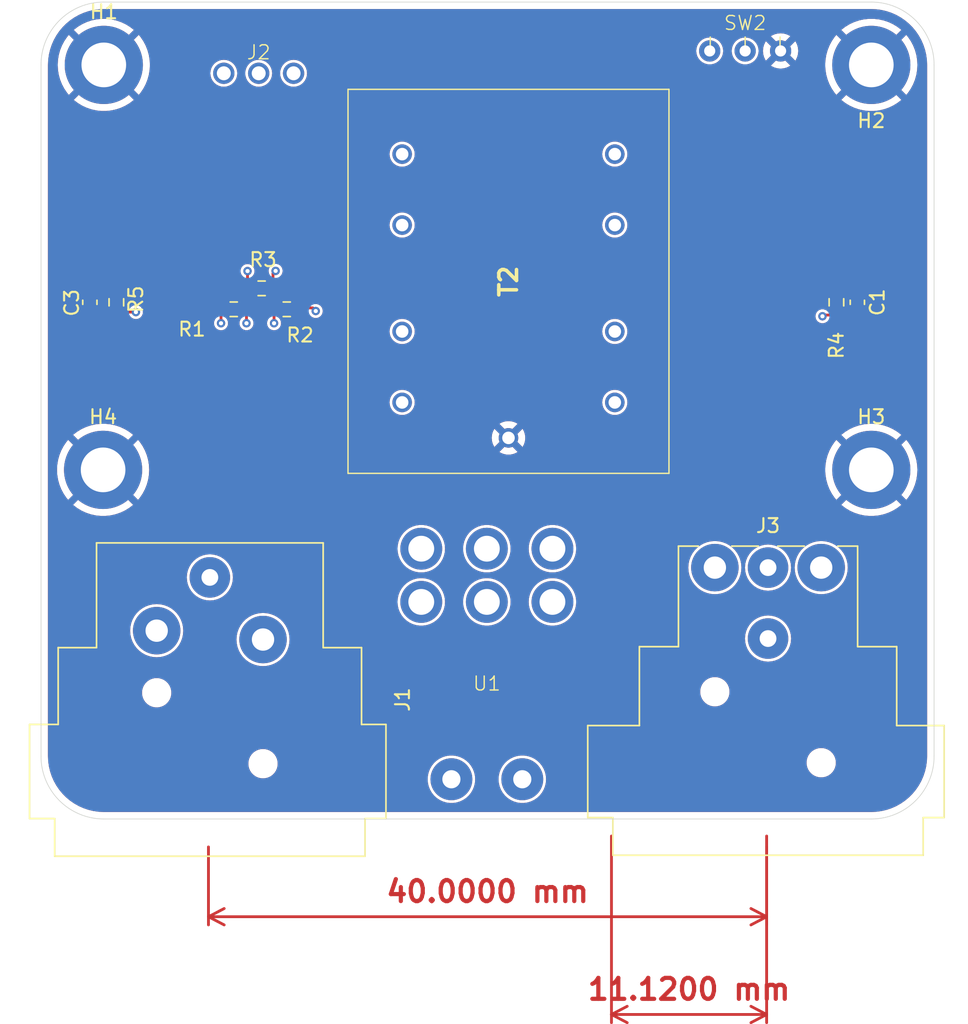
<source format=kicad_pcb>
(kicad_pcb (version 20240108) (generator "pcbnew") (generator_version "8.0")
  (layers (0 "F.Cu" signal) (1 "In1.Cu" signal) (2 "In2.Cu" signal) (31 "B.Cu" signal) (34 "B.Paste" user) (35 "F.Paste" user) (36 "B.SilkS" user "B.Silkscreen") (37 "F.SilkS" user "F.Silkscreen") (38 "B.Mask" user) (39 "F.Mask" user) (44 "Edge.Cuts" user))
  (net 0 "")
  (net 1 "Net-(C1-Pad1)")
  (net 2 "Net-(C3-Pad1)")
  (net 3 "Net-(T2-PRIMARY_1_1)")
  (net 4 "Net-(T2-SECONDARY_1_2)")
  (net 5 "GND")
  (net 6 "Net-(R1-Pad1)")
  (net 7 "Net-(R2-Pad1)")
  (net 8 "Input3")
  (net 9 "Input1")
  (net 10 "Input2")
  (net 11 "S3")
  (net 12 "S2")
  (net 13 "S1")
  (net 15 "3")
  (net 16 "2")
  (footprint "MountingHole:MountingHole_3.2mm_M3_DIN965_Pad" (layer "F.Cu") (at 175 119)
    (property "Reference" "H3" (at 0 -3.8 0) (layer "F.SilkS"))
    (property "Value" "MountingHole_Pad")
    (pad "1" thru_hole circle (at 0 0) (size 5.6 5.6) (drill 3.2) (layers "*.Cu" "*.Mask") (net 5 "GND"))
  )
  (footprint "Transformateurs:VTX101006" (layer "F.Cu") (at 141.38 96.39 90)
    (property "Reference" "T2" (at -9.11 7.62 90) (layer "F.SilkS") (effects (font (size 1.27 1.27) (thickness 0.254))))
    (property "Value" "VTX-101-006" (hide yes))
    (fp_line (start 4.64 -3.88) (end -22.86 -3.88) (stroke (width 0.1)) (layer "F.SilkS"))
    (fp_line (start -22.86 -3.88) (end -22.86 19.12) (stroke (width 0.1)) (layer "F.SilkS"))
    (fp_line (start 4.64 19.12) (end 4.64 -3.88) (stroke (width 0.1)) (layer "F.SilkS"))
    (fp_line (start -22.86 19.12) (end 4.64 19.12) (stroke (width 0.1)) (layer "F.SilkS"))
    (pad "A1" thru_hole circle (at 0 0 90) (size 1.4 1.4) (drill 0.9) (layers "*.Cu" "*.Mask") (net 16 "2"))
    (pad "A2" thru_hole circle (at -5.08 0 90) (size 1.4 1.4) (drill 0.9) (layers "*.Cu" "*.Mask") (net 3 "Net-(T2-PRIMARY_1_1)"))
    (pad "A3" thru_hole circle (at -12.7 0 90) (size 1.4 1.4) (drill 0.9) (layers "*.Cu" "*.Mask") (net 3 "Net-(T2-PRIMARY_1_1)"))
    (pad "A4" thru_hole circle (at -17.78 0 90) (size 1.4 1.4) (drill 0.9) (layers "*.Cu" "*.Mask") (net 15 "3"))
    (pad "B1" thru_hole circle (at -17.78 15.24 90) (size 1.4 1.4) (drill 0.9) (layers "*.Cu" "*.Mask") (net 12 "S2"))
    (pad "B2" thru_hole circle (at -12.7 15.24 90) (size 1.4 1.4) (drill 0.9) (layers "*.Cu" "*.Mask") (net 4 "Net-(T2-SECONDARY_1_2)"))
    (pad "B3" thru_hole circle (at -5.08 15.24 90) (size 1.4 1.4) (drill 0.9) (layers "*.Cu" "*.Mask") (net 4 "Net-(T2-SECONDARY_1_2)"))
    (pad "B4" thru_hole circle (at 0 15.24 90) (size 1.4 1.4) (drill 0.9) (layers "*.Cu" "*.Mask") (net 11 "S3"))
    (pad "SP1" thru_hole circle (at -20.32 7.62 90) (size 1.4 1.4) (drill 0.9) (layers "*.Cu" "*.Mask") (net 5 "GND"))
  )
  (footprint "MountingHole:MountingHole_3.2mm_M3_DIN965_Pad" (layer "F.Cu") (at 175 90)
    (property "Reference" "H2" (at 0 4 0) (layer "F.SilkS"))
    (property "Value" "MountingHole_Pad")
    (pad "1" thru_hole circle (at 0 0) (size 5.6 5.6) (drill 3.2) (layers "*.Cu" "*.Mask") (net 5 "GND"))
  )
  (footprint "Capacitor_SMD:C_0603_1608Metric_Pad1.08x0.95mm_HandSolder" (layer "F.Cu") (at 174 107 -90)
    (property "Reference" "C1" (at 0 -1.43 90) (layer "F.SilkS"))
    (property "Value" "10u")
    (fp_line (start -0.146267 0.51) (end 0.146267 0.51) (stroke (width 0.12)) (layer "F.SilkS"))
    (fp_line (start -0.146267 -0.51) (end 0.146267 -0.51) (stroke (width 0.12)) (layer "F.SilkS"))
    (pad "1" smd roundrect (at -0.8625 0 270) (size 1.075 0.95) (layers "F.Cu" "F.Paste" "F.Mask") (net 1 "Net-(C1-Pad1)"))
    (pad "2" smd roundrect (at 0.8625 0 270) (size 1.075 0.95) (layers "F.Cu" "F.Paste" "F.Mask") (net 5 "GND"))
  )
  (footprint "Transformateurs:WS-TOTV THT" (layer "F.Cu") (at 147.45 134.805)
    (property "Reference" "U1" (at 0 -0.5 0) (layer "F.SilkS") (effects (font (thickness 0.1))))
    (property "Value" "~")
    (pad "1" thru_hole circle (at 4.7 -6.35) (size 3 3) (drill 1.85) (layers "*.Cu" "*.Mask") (net 6 "Net-(R1-Pad1)"))
    (pad "2" thru_hole circle (at 0 -6.35) (size 3 3) (drill 1.85) (layers "*.Cu" "*.Mask") (net 10 "Input2"))
    (pad "3" thru_hole circle (at -4.7 -6.35) (size 3 3) (drill 1.85) (layers "*.Cu" "*.Mask") (net 16 "2"))
    (pad "4" thru_hole circle (at 4.7 -10.16) (size 3 3) (drill 1.85) (layers "*.Cu" "*.Mask") (net 7 "Net-(R2-Pad1)"))
    (pad "5" thru_hole circle (at 0 -10.16) (size 3 3) (drill 1.85) (layers "*.Cu" "*.Mask") (net 8 "Input3"))
    (pad "6" thru_hole circle (at -4.7 -10.16) (size 3 3) (drill 1.85) (layers "*.Cu" "*.Mask") (net 15 "3"))
    (pad "7" thru_hole circle (at 2.54 6.35) (size 3 3) (drill 1.3) (layers "*.Cu" "*.Mask"))
    (pad "8" thru_hole circle (at -2.54 6.35) (size 3 3) (drill 1.3) (layers "*.Cu" "*.Mask"))
  )
  (footprint "Connector_Audio:Jack_XLR_Neutrik_NC3FAH1-0_Horizontal" (layer "F.Cu") (at 131.41 131.15 -90)
    (property "Reference" "J1" (at 4.3 -10 -90) (layer "F.SilkS"))
    (property "Value" "XLR3")
    (fp_line (start 6.08 16.73) (end 6.08 14.68) (stroke (width 0.12)) (layer "F.SilkS"))
    (fp_line (start 12.82 16.73) (end 6.08 16.73) (stroke (width 0.12)) (layer "F.SilkS"))
    (fp_line (start 12.82 14.93) (end 12.82 16.73) (stroke (width 0.12)) (layer "F.SilkS"))
    (fp_line (start 12.82 14.93) (end 15.52 14.93) (stroke (width 0.12)) (layer "F.SilkS"))
    (fp_line (start 6.08 14.68) (end 0.58 14.68) (stroke (width 0.12)) (layer "F.SilkS"))
    (fp_line (start 0.58 11.93) (end 0.58 14.68) (stroke (width 0.12)) (layer "F.SilkS"))
    (fp_line (start 0.58 11.93) (end -6.92 11.93) (stroke (width 0.12)) (layer "F.SilkS"))
    (fp_line (start -6.92 -4.31) (end -6.92 11.93) (stroke (width 0.12)) (layer "F.SilkS"))
    (fp_line (start 0.58 -4.31) (end -6.92 -4.31) (stroke (width 0.12)) (layer "F.SilkS"))
    (fp_line (start 0.58 -7.06) (end 0.58 -4.31) (stroke (width 0.12)) (layer "F.SilkS"))
    (fp_line (start 6.08 -7.06) (end 0.58 -7.06) (stroke (width 0.12)) (layer "F.SilkS"))
    (fp_line (start 6.08 -7.06) (end 6.08 -8.81) (stroke (width 0.12)) (layer "F.SilkS"))
    (fp_line (start 12.82 -7.31) (end 15.52 -7.31) (stroke (width 0.12)) (layer "F.SilkS"))
    (fp_line (start 15.52 -7.31) (end 15.52 14.93) (stroke (width 0.12)) (layer "F.SilkS"))
    (fp_line (start 12.82 -8.81) (end 12.82 -7.31) (stroke (width 0.12)) (layer "F.SilkS"))
    (fp_line (start 12.82 -8.81) (end 6.08 -8.81) (stroke (width 0.12)) (layer "F.SilkS"))
    (pad "" np_thru_hole circle (at 3.81 7.62 270) (size 1.6 1.6) (drill 1.6) (layers "*.Cu" "*.Mask"))
    (pad "" np_thru_hole circle (at 8.89 0 270) (size 1.6 1.6) (drill 1.6) (layers "*.Cu" "*.Mask"))
    (pad "1" thru_hole circle (at 0 0 270) (size 3.4 3.4) (drill 1.6) (layers "*.Cu" "*.Mask") (net 10 "Input2"))
    (pad "2" thru_hole circle (at -0.635 7.62 270) (size 3.4 3.4) (drill 1.6) (layers "*.Cu" "*.Mask") (net 9 "Input1"))
    (pad "3" thru_hole circle (at -4.45 3.81 270) (size 2.9 2.9) (drill 1.2) (layers "*.Cu" "*.Mask") (net 8 "Input3"))
  )
  (footprint "Resistor_SMD:R_0603_1608Metric_Pad0.98x0.95mm_HandSolder" (layer "F.Cu") (at 172.5 107 90)
    (property "Reference" "R4" (at -3.0875 0 270) (layer "F.SilkS"))
    (property "Value" "51")
    (fp_line (start -0.254724 -0.5225) (end 0.254724 -0.5225) (stroke (width 0.12)) (layer "F.SilkS"))
    (fp_line (start -0.254724 0.5225) (end 0.254724 0.5225) (stroke (width 0.12)) (layer "F.SilkS"))
    (pad "1" smd roundrect (at -0.9125 0 90) (size 0.975 0.95) (layers "F.Cu" "F.Paste" "F.Mask") (net 13 "S1"))
    (pad "2" smd roundrect (at 0.9125 0 90) (size 0.975 0.95) (layers "F.Cu" "F.Paste" "F.Mask") (net 1 "Net-(C1-Pad1)"))
  )
  (footprint "Capacitor_SMD:C_0603_1608Metric_Pad1.08x0.95mm_HandSolder" (layer "F.Cu") (at 119 107 -90)
    (property "Reference" "C3" (at 0.0375 1.3 90) (layer "F.SilkS"))
    (property "Value" "10u")
    (fp_line (start -0.146267 0.51) (end 0.146267 0.51) (stroke (width 0.12)) (layer "F.SilkS"))
    (fp_line (start -0.146267 -0.51) (end 0.146267 -0.51) (stroke (width 0.12)) (layer "F.SilkS"))
    (pad "1" smd roundrect (at -0.8625 0 270) (size 1.075 0.95) (layers "F.Cu" "F.Paste" "F.Mask") (net 2 "Net-(C3-Pad1)"))
    (pad "2" smd roundrect (at 0.8625 0 270) (size 1.075 0.95) (layers "F.Cu" "F.Paste" "F.Mask") (net 5 "GND"))
  )
  (footprint "Resistor_SMD:R_0603_1608Metric_Pad0.98x0.95mm_HandSolder" (layer "F.Cu") (at 129.3125 107.5 180)
    (property "Reference" "R1" (at 3 -1.43 180) (layer "F.SilkS"))
    (property "Value" "5400")
    (fp_line (start -0.254724 0.5225) (end 0.254724 0.5225) (stroke (width 0.12)) (layer "F.SilkS"))
    (fp_line (start -0.254724 -0.5225) (end 0.254724 -0.5225) (stroke (width 0.12)) (layer "F.SilkS"))
    (pad "1" smd roundrect (at -0.9125 0 180) (size 0.975 0.95) (layers "F.Cu" "F.Paste" "F.Mask") (net 6 "Net-(R1-Pad1)"))
    (pad "2" smd roundrect (at 0.9125 0 180) (size 0.975 0.95) (layers "F.Cu" "F.Paste" "F.Mask") (net 16 "2"))
  )
  (footprint "MountingHole:MountingHole_3.2mm_M3_DIN965_Pad" (layer "F.Cu") (at 119.95 119)
    (property "Reference" "H4" (at 0 -3.8 0) (layer "F.SilkS"))
    (property "Value" "MountingHole_Pad")
    (pad "1" thru_hole circle (at 0 0) (size 5.6 5.6) (drill 3.2) (layers "*.Cu" "*.Mask") (net 5 "GND"))
  )
  (footprint "Resistor_SMD:R_0603_1608Metric_Pad0.98x0.95mm_HandSolder" (layer "F.Cu") (at 133.1125 107.5 180)
    (property "Reference" "R2" (at -0.95 -1.85 180) (layer "F.SilkS"))
    (property "Value" "5400")
    (fp_line (start -0.254724 0.5225) (end 0.254724 0.5225) (stroke (width 0.12)) (layer "F.SilkS"))
    (fp_line (start -0.254724 -0.5225) (end 0.254724 -0.5225) (stroke (width 0.12)) (layer "F.SilkS"))
    (pad "1" smd roundrect (at -0.9125 0 180) (size 0.975 0.95) (layers "F.Cu" "F.Paste" "F.Mask") (net 7 "Net-(R2-Pad1)"))
    (pad "2" smd roundrect (at 0.9125 0 180) (size 0.975 0.95) (layers "F.Cu" "F.Paste" "F.Mask") (net 15 "3"))
  )
  (footprint "Transformateurs:switch wurth" (layer "F.Cu") (at 165.96 89)
    (property "Reference" "SW2" (at 0 -2 0) (layer "F.SilkS") (effects (font (thickness 0.1))))
    (property "Value" "SW_DPST_x2" (hide yes))
    (fp_line (start -2.5 -0.5) (end -2.5 -1) (stroke (width 0.1)) (layer "F.SilkS"))
    (fp_line (start -2.5 0) (end -2.5 -0.5) (stroke (width 0.1)) (layer "F.SilkS"))
    (fp_line (start 0 0) (end 0 -1) (stroke (width 0.1)) (layer "F.SilkS"))
    (fp_line (start 2.5 0) (end 2.5 -1) (stroke (width 0.1)) (layer "F.SilkS"))
    (pad "1" thru_hole circle (at 0 0) (size 1.524 1.524) (drill 0.8) (layers "*.Cu" "*.Mask") (net 13 "S1"))
    (pad "2" thru_hole circle (at -2.54 0) (size 1.524 1.524) (drill 0.8) (layers "*.Cu" "*.Mask"))
    (pad "3" thru_hole circle (at 2.54 0) (size 1.524 1.524) (drill 0.8) (layers "*.Cu" "*.Mask") (net 5 "GND"))
  )
  (footprint "Resistor_SMD:R_0603_1608Metric_Pad0.98x0.95mm_HandSolder" (layer "F.Cu") (at 120.9 107 90)
    (property "Reference" "R5" (at 0.2125 1.4 270) (layer "F.SilkS"))
    (property "Value" "51")
    (fp_line (start -0.254724 -0.5225) (end 0.254724 -0.5225) (stroke (width 0.12)) (layer "F.SilkS"))
    (fp_line (start -0.254724 0.5225) (end 0.254724 0.5225) (stroke (width 0.12)) (layer "F.SilkS"))
    (pad "1" smd roundrect (at -0.9125 0 90) (size 0.975 0.95) (layers "F.Cu" "F.Paste" "F.Mask") (net 9 "Input1"))
    (pad "2" smd roundrect (at 0.9125 0 90) (size 0.975 0.95) (layers "F.Cu" "F.Paste" "F.Mask") (net 2 "Net-(C3-Pad1)"))
  )
  (footprint "MountingHole:MountingHole_3.2mm_M3_DIN965_Pad" (layer "F.Cu") (at 120 90)
    (property "Reference" "H1" (at 0 -3.8 0) (layer "F.SilkS"))
    (property "Value" "MountingHole_Pad")
    (pad "1" thru_hole circle (at 0 0) (size 5.6 5.6) (drill 3.2) (layers "*.Cu" "*.Mask") (net 5 "GND"))
  )
  (footprint "Resistor_SMD:R_0603_1608Metric_Pad0.98x0.95mm_HandSolder" (layer "F.Cu") (at 131.3125 106 180)
    (property "Reference" "R3" (at -0.1 2.05 180) (layer "F.SilkS"))
    (property "Value" "600")
    (fp_line (start -0.254724 0.5225) (end 0.254724 0.5225) (stroke (width 0.12)) (layer "F.SilkS"))
    (fp_line (start -0.254724 -0.5225) (end 0.254724 -0.5225) (stroke (width 0.12)) (layer "F.SilkS"))
    (pad "1" smd roundrect (at -0.9125 0 180) (size 0.975 0.95) (layers "F.Cu" "F.Paste" "F.Mask") (net 15 "3"))
    (pad "2" smd roundrect (at 0.9125 0 180) (size 0.975 0.95) (layers "F.Cu" "F.Paste" "F.Mask") (net 16 "2"))
  )
  (footprint "Connector_Audio:Jack_XLR_Neutrik_NC3MAH_Horizontal" (layer "F.Cu") (at 163.79 126)
    (property "Reference" "J3" (at 3.81 -3 0) (layer "F.SilkS"))
    (property "Value" "XLR3")
    (fp_line (start -9.11 11.31) (end -5.41 11.31) (stroke (width 0.12)) (layer "F.SilkS"))
    (fp_line (start -9.11 17.9) (end -9.11 11.31) (stroke (width 0.12)) (layer "F.SilkS"))
    (fp_line (start -7.31 17.9) (end -9.11 17.9) (stroke (width 0.12)) (layer "F.SilkS"))
    (fp_line (start -7.31 17.9) (end -7.31 20.6) (stroke (width 0.12)) (layer "F.SilkS"))
    (fp_line (start -5.41 11.31) (end -5.41 5.66) (stroke (width 0.12)) (layer "F.SilkS"))
    (fp_line (start -2.61 5.66) (end -5.41 5.66) (stroke (width 0.12)) (layer "F.SilkS"))
    (fp_line (start -2.61 5.66) (end -2.61 -1.54) (stroke (width 0.12)) (layer "F.SilkS"))
    (fp_line (start -1.19 -1.54) (end -2.61 -1.54) (stroke (width 0.12)) (layer "F.SilkS"))
    (fp_line (start 3.11 -1.54) (end 1.21 -1.54) (stroke (width 0.12)) (layer "F.SilkS"))
    (fp_line (start 4.51 -1.54) (end 6.41 -1.54) (stroke (width 0.12)) (layer "F.SilkS"))
    (fp_line (start 10.23 -1.54) (end 8.81 -1.54) (stroke (width 0.12)) (layer "F.SilkS"))
    (fp_line (start 10.23 5.66) (end 10.23 -1.54) (stroke (width 0.12)) (layer "F.SilkS"))
    (fp_line (start 10.23 5.66) (end 13.03 5.66) (stroke (width 0.12)) (layer "F.SilkS"))
    (fp_line (start 13.03 11.31) (end 13.03 5.66) (stroke (width 0.12)) (layer "F.SilkS"))
    (fp_line (start 13.03 11.31) (end 16.43 11.31) (stroke (width 0.12)) (layer "F.SilkS"))
    (fp_line (start 14.93 17.9) (end 14.93 20.6) (stroke (width 0.12)) (layer "F.SilkS"))
    (fp_line (start 14.93 20.6) (end -7.31 20.6) (stroke (width 0.12)) (layer "F.SilkS"))
    (fp_line (start 16.43 17.9) (end 14.93 17.9) (stroke (width 0.12)) (layer "F.SilkS"))
    (fp_line (start 16.43 17.9) (end 16.43 11.31) (stroke (width 0.12)) (layer "F.SilkS"))
    (pad "" np_thru_hole circle (at 0 8.89) (size 1.6 1.6) (drill 1.6) (layers "*.Cu" "*.Mask"))
    (pad "" np_thru_hole circle (at 7.62 13.97) (size 1.6 1.6) (drill 1.6) (layers "*.Cu" "*.Mask"))
    (pad "1" thru_hole circle (at 0 0) (size 3.4 3.4) (drill 1.6) (layers "*.Cu" "*.Mask") (net 13 "S1"))
    (pad "2" thru_hole circle (at 7.62 0) (size 3.4 3.4) (drill 1.6) (layers "*.Cu" "*.Mask") (net 12 "S2"))
    (pad "3" thru_hole circle (at 3.81 0) (size 2.9 2.9) (drill 1.2) (layers "*.Cu" "*.Mask") (net 11 "S3"))
    (pad "G" thru_hole circle (at 3.81 5.08) (size 2.9 2.9) (drill 1.2) (layers "*.Cu" "*.Mask"))
  )
  (footprint "connecteur:2.50 J connector wurth" (layer "F.Cu") (at 131.1 90.6)
    (property "Reference" "J2" (at 0 -1.5 0) (layer "F.SilkS") (effects (font (thickness 0.1))))
    (property "Value" "XLR3")
    (pad "1" thru_hole circle (at -2.5 0) (size 1.524 1.524) (drill 1) (layers "*.Cu" "*.Mask") (net 9 "Input1"))
    (pad "2" thru_hole circle (at 2.5 0) (size 1.524 1.524) (drill 1) (layers "*.Cu" "*.Mask") (net 16 "2"))
    (pad "3" thru_hole circle (at 0 0) (size 1.524 1.524) (drill 1) (layers "*.Cu" "*.Mask") (net 15 "3"))
  )
  (gr_line (start 115.5 90) (end 115.5 139.5) (stroke (width 0.05)) (layer "Edge.Cuts"))
  (gr_arc (start 175 85.5) (mid 178.181981 86.818019) (end 179.5 90) (stroke (width 0.05)) (layer "Edge.Cuts"))
  (gr_arc (start 115.5 90) (mid 116.818019 86.818019) (end 120 85.5) (stroke (width 0.05)) (layer "Edge.Cuts"))
  (gr_line (start 120 85.5) (end 175 85.5) (stroke (width 0.05)) (layer "Edge.Cuts"))
  (gr_arc (start 179.5 139.5) (mid 178.181981 142.681981) (end 175 144) (stroke (width 0.05)) (layer "Edge.Cuts"))
  (gr_arc (start 120 144) (mid 116.818019 142.681981) (end 115.5 139.5) (stroke (width 0.05)) (layer "Edge.Cuts"))
  (gr_line (start 179.5 90) (end 179.5 139.5) (stroke (width 0.05)) (layer "Edge.Cuts"))
  (gr_line (start 120 144) (end 175 144) (stroke (width 0.05)) (layer "Edge.Cuts"))
  (dimension (type aligned) (layer "F.Cu") (pts (xy 167.5 145.5) (xy 127.5 145.5)) (height -5.5) (gr_text "40.0000 mm" (at 147.5 149.2 0) (layer "F.Cu") (effects (font (size 1.5 1.5) (thickness 0.3)))) (format (prefix "") (suffix "") (units 3) (units_format 1) (precision 4)) (style (thickness 0.2) (arrow_length 1.27) (text_position_mode 0) (extension_height 0.58642) (extension_offset 0.5) keep_text_aligned))
  (dimension (type aligned) (layer "F.Cu") (pts (xy 156.38 144.72) (xy 167.5 144.72)) (height 13.28) (gr_text "11.1200 mm" (at 161.94 156.2 0) (layer "F.Cu") (effects (font (size 1.5 1.5) (thickness 0.3)))) (format (prefix "") (suffix "") (units 3) (units_format 1) (precision 4)) (style (thickness 0.2) (arrow_length 1.27) (text_position_mode 0) (extension_height 0.58642) (extension_offset 0.5) keep_text_aligned))
  (segment (start 173.95 106.0875) (end 174 106.1375) (width 0.2) (layer "F.Cu") (net 1))
  (segment (start 172.5 106.0875) (end 173.95 106.0875) (width 0.2) (layer "F.Cu") (net 1))
  (segment (start 119.374916 105.9) (end 119.350335 105.875419) (width 0.2) (layer "F.Cu") (net 2))
  (segment (start 120.9 105.9) (end 119.374916 105.9) (width 0.2) (layer "F.Cu") (net 2))
  (segment (start 130.225 108.5) (end 130.225 107.5) (width 0.2) (layer "F.Cu") (net 6))
  (via (at 130.225 108.5) (size 0.6) (drill 0.3) (layers "F.Cu" "B.Cu") (net 6))
  (segment (start 134.9625 107.4) (end 134.025 107.4) (width 0.2) (layer "F.Cu") (net 7))
  (segment (start 135.1875 107.625) (end 134.9625 107.4) (width 0.2) (layer "F.Cu") (net 7))
  (via (at 135.1875 107.625) (size 0.6) (drill 0.3) (layers "F.Cu" "B.Cu") (net 7))
  (segment (start 122.3 107.7) (end 120.925 107.7) (width 0.2) (layer "F.Cu") (net 9))
  (segment (start 120.925 107.7) (end 120.9 107.725) (width 0.2) (layer "F.Cu") (net 9))
  (via (at 122.3 107.7) (size 0.6) (drill 0.3) (layers "F.Cu" "B.Cu") (net 9))
  (segment (start 171.5875 107.9125) (end 172.5 107.9125) (width 0.2) (layer "F.Cu") (net 13))
  (segment (start 171.5 108) (end 171.5875 107.9125) (width 0.2) (layer "F.Cu") (net 13))
  (via (at 171.5 108) (size 0.6) (drill 0.3) (layers "F.Cu" "B.Cu") (net 13))
  (segment (start 132.2 108.5) (end 132.2 107.4) (width 0.2) (layer "F.Cu") (net 15))
  (segment (start 132.2 105.875) (end 132.125 105.8) (width 0.2) (layer "F.Cu") (net 15))
  (segment (start 132.125 105.8) (end 132.125 104.9375) (width 0.2) (layer "F.Cu") (net 15))
  (segment (start 132.2 107.4) (end 132.2 105.875) (width 0.2) (layer "F.Cu") (net 15))
  (segment (start 132.125 104.9375) (end 132.3125 104.75) (width 0.2) (layer "F.Cu") (net 15))
  (via (at 132.2 108.5) (size 0.6) (drill 0.3) (layers "F.Cu" "B.Cu") (net 15))
  (via (at 132.3125 104.75) (size 0.6) (drill 0.3) (layers "F.Cu" "B.Cu") (net 15))
  (segment (start 129.5125 105.8) (end 130.3 105.8) (width 0.2) (layer "F.Cu") (net 16))
  (segment (start 128.4 107.5) (end 128.4 106.9125) (width 0.2) (layer "F.Cu") (net 16))
  (segment (start 128.4 108.5) (end 128.4 107.5) (width 0.2) (layer "F.Cu") (net 16))
  (segment (start 128.4 106.9125) (end 129.5125 105.8) (width 0.2) (layer "F.Cu") (net 16))
  (segment (start 130.3 104.7625) (end 130.3 105.8) (width 0.2) (layer "F.Cu") (net 16))
  (via (at 128.4 108.5) (size 0.6) (drill 0.3) (layers "F.Cu" "B.Cu") (net 16))
  (via (at 130.3 104.7625) (size 0.6) (drill 0.3) (layers "F.Cu" "B.Cu") (net 16))
  (zone (net 5) (net_name "GND") (layer "F.Cu") (connect_pads (clearance 0)) (min_thickness 0.25) (fill yes (thermal_gap 0.5) (thermal_bridge_width 0.5))
    (polygon (pts (xy 115.5 85.5) (xy 179.5 85.5) (xy 179.5 144) (xy 115.5 144)))
  )
  (zone (net 5) (net_name "GND") (layer "B.Cu") (priority 1) (connect_pads (clearance 0)) (min_thickness 0.25) (fill yes (thermal_gap 0.5) (thermal_bridge_width 0.5))
    (polygon (pts (xy 115.5 85.5) (xy 179.5 85.5) (xy 179.5 144) (xy 115.5 144)))
  )
)
</source>
